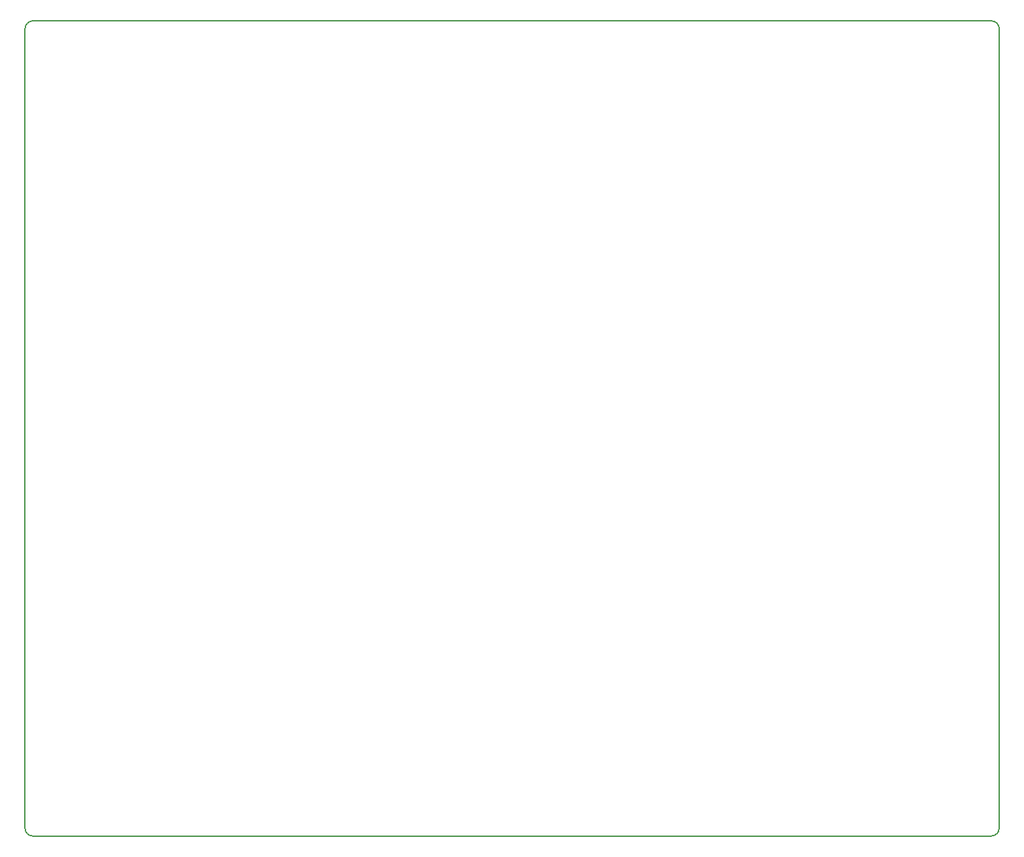
<source format=gm1>
%TF.GenerationSoftware,KiCad,Pcbnew,(6.0.2)*%
%TF.CreationDate,2022-04-07T21:26:30-05:00*%
%TF.ProjectId,toast-v1,746f6173-742d-4763-912e-6b696361645f,v1.0.0*%
%TF.SameCoordinates,Original*%
%TF.FileFunction,Profile,NP*%
%FSLAX46Y46*%
G04 Gerber Fmt 4.6, Leading zero omitted, Abs format (unit mm)*
G04 Created by KiCad (PCBNEW (6.0.2)) date 2022-04-07 21:26:30*
%MOMM*%
%LPD*%
G01*
G04 APERTURE LIST*
%TA.AperFunction,Profile*%
%ADD10C,0.150000*%
%TD*%
G04 APERTURE END LIST*
D10*
X144892359Y-204971541D02*
G75*
G03*
X145892359Y-205971541I999999J-1D01*
G01*
X145892359Y-102971541D02*
G75*
G03*
X144892359Y-103971541I-1J-999999D01*
G01*
X266892359Y-102971541D02*
X145892359Y-102971541D01*
X144892359Y-103971541D02*
X144892359Y-204971541D01*
X145892359Y-205971541D02*
X266892359Y-205971541D01*
X267892359Y-103971541D02*
G75*
G03*
X266892359Y-102971541I-999999J1D01*
G01*
X266892359Y-205971541D02*
G75*
G03*
X267892359Y-204971541I1J999999D01*
G01*
X267892359Y-204971541D02*
X267892359Y-103971541D01*
M02*

</source>
